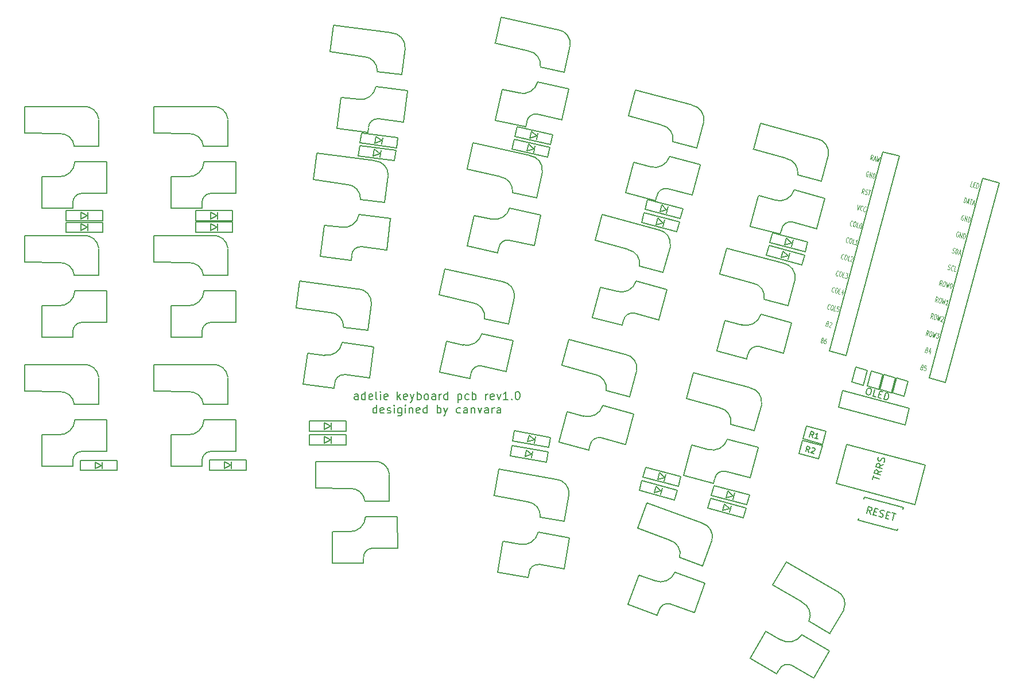
<source format=gto>
G04 #@! TF.GenerationSoftware,KiCad,Pcbnew,(5.1.2)-1*
G04 #@! TF.CreationDate,2019-05-17T22:53:05+09:00*
G04 #@! TF.ProjectId,adelie,6164656c-6965-42e6-9b69-6361645f7063,rev?*
G04 #@! TF.SameCoordinates,Original*
G04 #@! TF.FileFunction,Legend,Top*
G04 #@! TF.FilePolarity,Positive*
%FSLAX46Y46*%
G04 Gerber Fmt 4.6, Leading zero omitted, Abs format (unit mm)*
G04 Created by KiCad (PCBNEW (5.1.2)-1) date 2019-05-17 22:53:05*
%MOMM*%
%LPD*%
G04 APERTURE LIST*
%ADD10C,0.200000*%
%ADD11C,0.150000*%
%ADD12C,0.125000*%
G04 APERTURE END LIST*
D10*
X139359777Y-112550737D02*
X139359777Y-111922165D01*
X139302634Y-111807880D01*
X139188348Y-111750737D01*
X138959777Y-111750737D01*
X138845491Y-111807880D01*
X139359777Y-112493594D02*
X139245491Y-112550737D01*
X138959777Y-112550737D01*
X138845491Y-112493594D01*
X138788348Y-112379308D01*
X138788348Y-112265022D01*
X138845491Y-112150737D01*
X138959777Y-112093594D01*
X139245491Y-112093594D01*
X139359777Y-112036451D01*
X140445491Y-112550737D02*
X140445491Y-111350737D01*
X140445491Y-112493594D02*
X140331205Y-112550737D01*
X140102634Y-112550737D01*
X139988348Y-112493594D01*
X139931205Y-112436451D01*
X139874062Y-112322165D01*
X139874062Y-111979308D01*
X139931205Y-111865022D01*
X139988348Y-111807880D01*
X140102634Y-111750737D01*
X140331205Y-111750737D01*
X140445491Y-111807880D01*
X141474062Y-112493594D02*
X141359777Y-112550737D01*
X141131205Y-112550737D01*
X141016920Y-112493594D01*
X140959777Y-112379308D01*
X140959777Y-111922165D01*
X141016920Y-111807880D01*
X141131205Y-111750737D01*
X141359777Y-111750737D01*
X141474062Y-111807880D01*
X141531205Y-111922165D01*
X141531205Y-112036451D01*
X140959777Y-112150737D01*
X142216920Y-112550737D02*
X142102634Y-112493594D01*
X142045491Y-112379308D01*
X142045491Y-111350737D01*
X142674062Y-112550737D02*
X142674062Y-111750737D01*
X142674062Y-111350737D02*
X142616920Y-111407880D01*
X142674062Y-111465022D01*
X142731205Y-111407880D01*
X142674062Y-111350737D01*
X142674062Y-111465022D01*
X143702634Y-112493594D02*
X143588348Y-112550737D01*
X143359777Y-112550737D01*
X143245491Y-112493594D01*
X143188348Y-112379308D01*
X143188348Y-111922165D01*
X143245491Y-111807880D01*
X143359777Y-111750737D01*
X143588348Y-111750737D01*
X143702634Y-111807880D01*
X143759777Y-111922165D01*
X143759777Y-112036451D01*
X143188348Y-112150737D01*
X145188348Y-112550737D02*
X145188348Y-111350737D01*
X145302634Y-112093594D02*
X145645491Y-112550737D01*
X145645491Y-111750737D02*
X145188348Y-112207880D01*
X146616920Y-112493594D02*
X146502634Y-112550737D01*
X146274062Y-112550737D01*
X146159777Y-112493594D01*
X146102634Y-112379308D01*
X146102634Y-111922165D01*
X146159777Y-111807880D01*
X146274062Y-111750737D01*
X146502634Y-111750737D01*
X146616920Y-111807880D01*
X146674062Y-111922165D01*
X146674062Y-112036451D01*
X146102634Y-112150737D01*
X147074062Y-111750737D02*
X147359777Y-112550737D01*
X147645491Y-111750737D02*
X147359777Y-112550737D01*
X147245491Y-112836451D01*
X147188348Y-112893594D01*
X147074062Y-112950737D01*
X148102634Y-112550737D02*
X148102634Y-111350737D01*
X148102634Y-111807880D02*
X148216920Y-111750737D01*
X148445491Y-111750737D01*
X148559777Y-111807880D01*
X148616920Y-111865022D01*
X148674062Y-111979308D01*
X148674062Y-112322165D01*
X148616920Y-112436451D01*
X148559777Y-112493594D01*
X148445491Y-112550737D01*
X148216920Y-112550737D01*
X148102634Y-112493594D01*
X149359777Y-112550737D02*
X149245491Y-112493594D01*
X149188348Y-112436451D01*
X149131205Y-112322165D01*
X149131205Y-111979308D01*
X149188348Y-111865022D01*
X149245491Y-111807880D01*
X149359777Y-111750737D01*
X149531205Y-111750737D01*
X149645491Y-111807880D01*
X149702634Y-111865022D01*
X149759777Y-111979308D01*
X149759777Y-112322165D01*
X149702634Y-112436451D01*
X149645491Y-112493594D01*
X149531205Y-112550737D01*
X149359777Y-112550737D01*
X150788348Y-112550737D02*
X150788348Y-111922165D01*
X150731205Y-111807880D01*
X150616920Y-111750737D01*
X150388348Y-111750737D01*
X150274062Y-111807880D01*
X150788348Y-112493594D02*
X150674062Y-112550737D01*
X150388348Y-112550737D01*
X150274062Y-112493594D01*
X150216920Y-112379308D01*
X150216920Y-112265022D01*
X150274062Y-112150737D01*
X150388348Y-112093594D01*
X150674062Y-112093594D01*
X150788348Y-112036451D01*
X151359777Y-112550737D02*
X151359777Y-111750737D01*
X151359777Y-111979308D02*
X151416920Y-111865022D01*
X151474062Y-111807880D01*
X151588348Y-111750737D01*
X151702634Y-111750737D01*
X152616920Y-112550737D02*
X152616920Y-111350737D01*
X152616920Y-112493594D02*
X152502634Y-112550737D01*
X152274062Y-112550737D01*
X152159777Y-112493594D01*
X152102634Y-112436451D01*
X152045491Y-112322165D01*
X152045491Y-111979308D01*
X152102634Y-111865022D01*
X152159777Y-111807880D01*
X152274062Y-111750737D01*
X152502634Y-111750737D01*
X152616920Y-111807880D01*
X154102634Y-111750737D02*
X154102634Y-112950737D01*
X154102634Y-111807880D02*
X154216920Y-111750737D01*
X154445491Y-111750737D01*
X154559777Y-111807880D01*
X154616920Y-111865022D01*
X154674062Y-111979308D01*
X154674062Y-112322165D01*
X154616920Y-112436451D01*
X154559777Y-112493594D01*
X154445491Y-112550737D01*
X154216920Y-112550737D01*
X154102634Y-112493594D01*
X155702634Y-112493594D02*
X155588348Y-112550737D01*
X155359777Y-112550737D01*
X155245491Y-112493594D01*
X155188348Y-112436451D01*
X155131205Y-112322165D01*
X155131205Y-111979308D01*
X155188348Y-111865022D01*
X155245491Y-111807880D01*
X155359777Y-111750737D01*
X155588348Y-111750737D01*
X155702634Y-111807880D01*
X156216920Y-112550737D02*
X156216920Y-111350737D01*
X156216920Y-111807880D02*
X156331205Y-111750737D01*
X156559777Y-111750737D01*
X156674062Y-111807880D01*
X156731205Y-111865022D01*
X156788348Y-111979308D01*
X156788348Y-112322165D01*
X156731205Y-112436451D01*
X156674062Y-112493594D01*
X156559777Y-112550737D01*
X156331205Y-112550737D01*
X156216920Y-112493594D01*
X158216920Y-112550737D02*
X158216920Y-111750737D01*
X158216920Y-111979308D02*
X158274062Y-111865022D01*
X158331205Y-111807880D01*
X158445491Y-111750737D01*
X158559777Y-111750737D01*
X159416920Y-112493594D02*
X159302634Y-112550737D01*
X159074062Y-112550737D01*
X158959777Y-112493594D01*
X158902634Y-112379308D01*
X158902634Y-111922165D01*
X158959777Y-111807880D01*
X159074062Y-111750737D01*
X159302634Y-111750737D01*
X159416920Y-111807880D01*
X159474062Y-111922165D01*
X159474062Y-112036451D01*
X158902634Y-112150737D01*
X159874062Y-111750737D02*
X160159777Y-112550737D01*
X160445491Y-111750737D01*
X161531205Y-112550737D02*
X160845491Y-112550737D01*
X161188348Y-112550737D02*
X161188348Y-111350737D01*
X161074062Y-111522165D01*
X160959777Y-111636451D01*
X160845491Y-111693594D01*
X162045491Y-112436451D02*
X162102634Y-112493594D01*
X162045491Y-112550737D01*
X161988348Y-112493594D01*
X162045491Y-112436451D01*
X162045491Y-112550737D01*
X162845491Y-111350737D02*
X162959777Y-111350737D01*
X163074062Y-111407880D01*
X163131205Y-111465022D01*
X163188348Y-111579308D01*
X163245491Y-111807880D01*
X163245491Y-112093594D01*
X163188348Y-112322165D01*
X163131205Y-112436451D01*
X163074062Y-112493594D01*
X162959777Y-112550737D01*
X162845491Y-112550737D01*
X162731205Y-112493594D01*
X162674062Y-112436451D01*
X162616920Y-112322165D01*
X162559777Y-112093594D01*
X162559777Y-111807880D01*
X162616920Y-111579308D01*
X162674062Y-111465022D01*
X162731205Y-111407880D01*
X162845491Y-111350737D01*
X142131205Y-114550737D02*
X142131205Y-113350737D01*
X142131205Y-114493594D02*
X142016920Y-114550737D01*
X141788348Y-114550737D01*
X141674062Y-114493594D01*
X141616920Y-114436451D01*
X141559777Y-114322165D01*
X141559777Y-113979308D01*
X141616920Y-113865022D01*
X141674062Y-113807880D01*
X141788348Y-113750737D01*
X142016920Y-113750737D01*
X142131205Y-113807880D01*
X143159777Y-114493594D02*
X143045491Y-114550737D01*
X142816920Y-114550737D01*
X142702634Y-114493594D01*
X142645491Y-114379308D01*
X142645491Y-113922165D01*
X142702634Y-113807880D01*
X142816920Y-113750737D01*
X143045491Y-113750737D01*
X143159777Y-113807880D01*
X143216920Y-113922165D01*
X143216920Y-114036451D01*
X142645491Y-114150737D01*
X143674062Y-114493594D02*
X143788348Y-114550737D01*
X144016920Y-114550737D01*
X144131205Y-114493594D01*
X144188348Y-114379308D01*
X144188348Y-114322165D01*
X144131205Y-114207880D01*
X144016920Y-114150737D01*
X143845491Y-114150737D01*
X143731205Y-114093594D01*
X143674062Y-113979308D01*
X143674062Y-113922165D01*
X143731205Y-113807880D01*
X143845491Y-113750737D01*
X144016920Y-113750737D01*
X144131205Y-113807880D01*
X144702634Y-114550737D02*
X144702634Y-113750737D01*
X144702634Y-113350737D02*
X144645491Y-113407880D01*
X144702634Y-113465022D01*
X144759777Y-113407880D01*
X144702634Y-113350737D01*
X144702634Y-113465022D01*
X145788348Y-113750737D02*
X145788348Y-114722165D01*
X145731205Y-114836451D01*
X145674062Y-114893594D01*
X145559777Y-114950737D01*
X145388348Y-114950737D01*
X145274062Y-114893594D01*
X145788348Y-114493594D02*
X145674062Y-114550737D01*
X145445491Y-114550737D01*
X145331205Y-114493594D01*
X145274062Y-114436451D01*
X145216920Y-114322165D01*
X145216920Y-113979308D01*
X145274062Y-113865022D01*
X145331205Y-113807880D01*
X145445491Y-113750737D01*
X145674062Y-113750737D01*
X145788348Y-113807880D01*
X146359777Y-114550737D02*
X146359777Y-113750737D01*
X146359777Y-113350737D02*
X146302634Y-113407880D01*
X146359777Y-113465022D01*
X146416920Y-113407880D01*
X146359777Y-113350737D01*
X146359777Y-113465022D01*
X146931205Y-113750737D02*
X146931205Y-114550737D01*
X146931205Y-113865022D02*
X146988348Y-113807880D01*
X147102634Y-113750737D01*
X147274062Y-113750737D01*
X147388348Y-113807880D01*
X147445491Y-113922165D01*
X147445491Y-114550737D01*
X148474062Y-114493594D02*
X148359777Y-114550737D01*
X148131205Y-114550737D01*
X148016920Y-114493594D01*
X147959777Y-114379308D01*
X147959777Y-113922165D01*
X148016920Y-113807880D01*
X148131205Y-113750737D01*
X148359777Y-113750737D01*
X148474062Y-113807880D01*
X148531205Y-113922165D01*
X148531205Y-114036451D01*
X147959777Y-114150737D01*
X149559777Y-114550737D02*
X149559777Y-113350737D01*
X149559777Y-114493594D02*
X149445491Y-114550737D01*
X149216920Y-114550737D01*
X149102634Y-114493594D01*
X149045491Y-114436451D01*
X148988348Y-114322165D01*
X148988348Y-113979308D01*
X149045491Y-113865022D01*
X149102634Y-113807880D01*
X149216920Y-113750737D01*
X149445491Y-113750737D01*
X149559777Y-113807880D01*
X151045491Y-114550737D02*
X151045491Y-113350737D01*
X151045491Y-113807880D02*
X151159777Y-113750737D01*
X151388348Y-113750737D01*
X151502634Y-113807880D01*
X151559777Y-113865022D01*
X151616920Y-113979308D01*
X151616920Y-114322165D01*
X151559777Y-114436451D01*
X151502634Y-114493594D01*
X151388348Y-114550737D01*
X151159777Y-114550737D01*
X151045491Y-114493594D01*
X152016920Y-113750737D02*
X152302634Y-114550737D01*
X152588348Y-113750737D02*
X152302634Y-114550737D01*
X152188348Y-114836451D01*
X152131205Y-114893594D01*
X152016920Y-114950737D01*
X154474062Y-114493594D02*
X154359777Y-114550737D01*
X154131205Y-114550737D01*
X154016920Y-114493594D01*
X153959777Y-114436451D01*
X153902634Y-114322165D01*
X153902634Y-113979308D01*
X153959777Y-113865022D01*
X154016920Y-113807880D01*
X154131205Y-113750737D01*
X154359777Y-113750737D01*
X154474062Y-113807880D01*
X155502634Y-114550737D02*
X155502634Y-113922165D01*
X155445491Y-113807880D01*
X155331205Y-113750737D01*
X155102634Y-113750737D01*
X154988348Y-113807880D01*
X155502634Y-114493594D02*
X155388348Y-114550737D01*
X155102634Y-114550737D01*
X154988348Y-114493594D01*
X154931205Y-114379308D01*
X154931205Y-114265022D01*
X154988348Y-114150737D01*
X155102634Y-114093594D01*
X155388348Y-114093594D01*
X155502634Y-114036451D01*
X156074062Y-113750737D02*
X156074062Y-114550737D01*
X156074062Y-113865022D02*
X156131205Y-113807880D01*
X156245491Y-113750737D01*
X156416920Y-113750737D01*
X156531205Y-113807880D01*
X156588348Y-113922165D01*
X156588348Y-114550737D01*
X157045491Y-113750737D02*
X157331205Y-114550737D01*
X157616920Y-113750737D01*
X158588348Y-114550737D02*
X158588348Y-113922165D01*
X158531205Y-113807880D01*
X158416920Y-113750737D01*
X158188348Y-113750737D01*
X158074062Y-113807880D01*
X158588348Y-114493594D02*
X158474062Y-114550737D01*
X158188348Y-114550737D01*
X158074062Y-114493594D01*
X158016920Y-114379308D01*
X158016920Y-114265022D01*
X158074062Y-114150737D01*
X158188348Y-114093594D01*
X158474062Y-114093594D01*
X158588348Y-114036451D01*
X159159777Y-114550737D02*
X159159777Y-113750737D01*
X159159777Y-113979308D02*
X159216920Y-113865022D01*
X159274062Y-113807880D01*
X159388348Y-113750737D01*
X159502634Y-113750737D01*
X160416920Y-114550737D02*
X160416920Y-113922165D01*
X160359777Y-113807880D01*
X160245491Y-113750737D01*
X160016920Y-113750737D01*
X159902634Y-113807880D01*
X160416920Y-114493594D02*
X160302634Y-114550737D01*
X160016920Y-114550737D01*
X159902634Y-114493594D01*
X159845491Y-114379308D01*
X159845491Y-114265022D01*
X159902634Y-114150737D01*
X160016920Y-114093594D01*
X160302634Y-114093594D01*
X160416920Y-114036451D01*
D11*
X183748993Y-143691362D02*
X183509579Y-144349146D01*
X183766094Y-143644376D02*
G75*
G02X185398188Y-142727278I1274596J-357498D01*
G01*
X186107828Y-138058422D02*
G75*
G02X183138572Y-139286968I-2098901J870355D01*
G01*
X190529081Y-139667627D02*
X188979280Y-143998764D01*
X180779079Y-138460108D02*
X179205787Y-142782694D01*
X185399898Y-142722580D02*
X188947237Y-144013706D01*
X186121076Y-138036640D02*
X190537631Y-139644135D01*
X180811122Y-138445166D02*
X183207338Y-139317318D01*
X179220729Y-142814737D02*
X183496330Y-144370929D01*
X186821440Y-135849264D02*
G75*
G03X185340732Y-133309676I-2010148J529440D01*
G01*
X191576173Y-133323134D02*
G75*
G03X190093074Y-130778419I-2013907J530808D01*
G01*
X180635878Y-131544040D02*
X185365593Y-133314468D01*
X180651611Y-131500814D02*
X181988225Y-127828496D01*
X181988225Y-127828496D02*
X190093074Y-130778419D01*
X191562568Y-133392675D02*
X190213298Y-137099762D01*
X190210220Y-137108219D02*
X186817930Y-135873527D01*
X202779215Y-98706162D02*
X199292223Y-97771825D01*
X203802586Y-94886891D02*
X202781545Y-98697468D01*
X193779727Y-90178344D02*
X202110837Y-92410659D01*
X192768262Y-93953182D02*
X193779727Y-90178344D01*
X192756356Y-93997615D02*
X197622376Y-95349084D01*
X203810077Y-94816429D02*
G75*
G03X202110837Y-92410659I-2052505J353265D01*
G01*
X199293605Y-97747349D02*
G75*
G03X197597193Y-95346477I-2048642J352230D01*
G01*
X192328898Y-105348762D02*
X196723861Y-106526388D01*
X193532407Y-100857207D02*
X195995518Y-101517195D01*
X198786549Y-99987442D02*
X203326400Y-101203892D01*
X198476522Y-104718405D02*
X202122892Y-105695447D01*
X193501788Y-100874884D02*
X192311220Y-105318143D01*
X203319930Y-101228040D02*
X202153510Y-105677769D01*
X198775249Y-100010296D02*
G75*
G02X195924367Y-101492954I-2166770J684112D01*
G01*
X196929275Y-105779089D02*
G75*
G02X198475228Y-104723234I1300904J-245049D01*
G01*
X196916334Y-105827386D02*
X196735161Y-106503534D01*
X179458993Y-112168216D02*
X175972001Y-111233879D01*
X180482364Y-108348945D02*
X179461323Y-112159522D01*
X170459505Y-103640398D02*
X178790615Y-105872713D01*
X169448040Y-107415236D02*
X170459505Y-103640398D01*
X169436134Y-107459669D02*
X174302154Y-108811138D01*
X180489855Y-108278483D02*
G75*
G03X178790615Y-105872713I-2052505J353265D01*
G01*
X175973383Y-111209403D02*
G75*
G03X174276971Y-108808531I-2048642J352230D01*
G01*
X169008676Y-118810816D02*
X173403639Y-119988442D01*
X170212185Y-114319261D02*
X172675296Y-114979249D01*
X175466327Y-113449496D02*
X180006178Y-114665946D01*
X175156300Y-118180459D02*
X178802670Y-119157501D01*
X170181566Y-114336938D02*
X168990998Y-118780197D01*
X179999708Y-114690094D02*
X178833288Y-119139823D01*
X175455027Y-113472350D02*
G75*
G02X172604145Y-114955008I-2166770J684112D01*
G01*
X173609053Y-119241143D02*
G75*
G02X175155006Y-118185288I1300904J-245049D01*
G01*
X173596112Y-119289440D02*
X173414939Y-119965588D01*
X156017134Y-108744323D02*
X155865626Y-109427731D01*
X156027956Y-108695508D02*
G75*
G02X157526381Y-107573225I1310354J-188071D01*
G01*
X157620541Y-102851685D02*
G75*
G02X154837046Y-104457286I-2194548J588947D01*
G01*
X162214014Y-103870034D02*
X161242799Y-108366406D01*
X152389813Y-103945476D02*
X151394190Y-108436437D01*
X157527463Y-107568343D02*
X161212981Y-108385403D01*
X157630834Y-102828360D02*
X162219425Y-103845626D01*
X152419631Y-103926479D02*
X154909186Y-104478400D01*
X151413187Y-108466256D02*
X155855334Y-109451056D01*
X158039696Y-100568281D02*
G75*
G03X156240174Y-98243691I-2062056J262534D01*
G01*
X162424026Y-97443145D02*
G75*
G03X160621463Y-95113784I-2065962J263399D01*
G01*
X151345108Y-97107267D02*
X156265447Y-98245197D01*
X151355064Y-97062358D02*
X152200910Y-93246993D01*
X152200910Y-93246993D02*
X160621463Y-95113784D01*
X162419614Y-97513867D02*
X161565759Y-101365355D01*
X161563812Y-101374141D02*
X158039383Y-100592794D01*
X135420480Y-118991740D02*
X135420480Y-117991740D01*
X135320480Y-118491740D02*
X134420480Y-118991740D01*
X134420480Y-117991740D02*
X135320480Y-118491740D01*
X134420480Y-118991740D02*
X134420480Y-117991740D01*
X132220480Y-119241740D02*
X132220480Y-117741740D01*
X137620480Y-119241740D02*
X137620480Y-117741740D01*
X132220480Y-119241740D02*
X137620480Y-119241740D01*
X137620480Y-117741740D02*
X132220480Y-117741740D01*
X99504880Y-85903160D02*
X99504880Y-84903160D01*
X99404880Y-85403160D02*
X98504880Y-85903160D01*
X98504880Y-84903160D02*
X99404880Y-85403160D01*
X98504880Y-85903160D02*
X98504880Y-84903160D01*
X96304880Y-86153160D02*
X96304880Y-84653160D01*
X101704880Y-86153160D02*
X101704880Y-84653160D01*
X96304880Y-86153160D02*
X101704880Y-86153160D01*
X101704880Y-84653160D02*
X96304880Y-84653160D01*
X120846320Y-84643000D02*
X115446320Y-84643000D01*
X115446320Y-86143000D02*
X120846320Y-86143000D01*
X120846320Y-86143000D02*
X120846320Y-84643000D01*
X115446320Y-86143000D02*
X115446320Y-84643000D01*
X117646320Y-85893000D02*
X117646320Y-84893000D01*
X117646320Y-84893000D02*
X118546320Y-85393000D01*
X118546320Y-85393000D02*
X117646320Y-85893000D01*
X118646320Y-85893000D02*
X118646320Y-84893000D01*
X145221756Y-73876637D02*
X139867954Y-73171796D01*
X139672164Y-74658963D02*
X145025966Y-75363804D01*
X145025966Y-75363804D02*
X145221756Y-73876637D01*
X139672164Y-74658963D02*
X139867954Y-73171796D01*
X141885974Y-74698259D02*
X142016501Y-73706814D01*
X142016501Y-73706814D02*
X142843538Y-74320010D01*
X142843538Y-74320010D02*
X141885974Y-74698259D01*
X142877419Y-74828786D02*
X143007946Y-73837341D01*
X165684993Y-74163768D02*
X165901433Y-73187472D01*
X165695583Y-73653976D02*
X164708697Y-73947328D01*
X164925137Y-72971032D02*
X165695583Y-73653976D01*
X164708697Y-73947328D02*
X164925137Y-72971032D01*
X162506736Y-73715235D02*
X162831395Y-72250791D01*
X167778735Y-74884009D02*
X168103394Y-73419565D01*
X162506736Y-73715235D02*
X167778735Y-74884009D01*
X168103394Y-73419565D02*
X162831395Y-72250791D01*
X187308934Y-84386927D02*
X182092935Y-82989304D01*
X181704706Y-84438193D02*
X186920705Y-85835816D01*
X186920705Y-85835816D02*
X187308934Y-84386927D01*
X181704706Y-84438193D02*
X182092935Y-82989304D01*
X183894448Y-84766113D02*
X184153267Y-83800188D01*
X184153267Y-83800188D02*
X184893190Y-84516088D01*
X184893190Y-84516088D02*
X183894448Y-84766113D01*
X184860373Y-85024932D02*
X185119192Y-84059007D01*
X203275373Y-89924592D02*
X203534192Y-88958667D01*
X203308190Y-89415748D02*
X202309448Y-89665773D01*
X202568267Y-88699848D02*
X203308190Y-89415748D01*
X202309448Y-89665773D02*
X202568267Y-88699848D01*
X200119706Y-89337853D02*
X200507935Y-87888964D01*
X205335705Y-90735476D02*
X205723934Y-89286587D01*
X200119706Y-89337853D02*
X205335705Y-90735476D01*
X205723934Y-89286587D02*
X200507935Y-87888964D01*
X99503260Y-87610040D02*
X99503260Y-86610040D01*
X99403260Y-87110040D02*
X98503260Y-87610040D01*
X98503260Y-86610040D02*
X99403260Y-87110040D01*
X98503260Y-87610040D02*
X98503260Y-86610040D01*
X96303260Y-87860040D02*
X96303260Y-86360040D01*
X101703260Y-87860040D02*
X101703260Y-86360040D01*
X96303260Y-87860040D02*
X101703260Y-87860040D01*
X101703260Y-86360040D02*
X96303260Y-86360040D01*
X118639620Y-87589720D02*
X118639620Y-86589720D01*
X118539620Y-87089720D02*
X117639620Y-87589720D01*
X117639620Y-86589720D02*
X118539620Y-87089720D01*
X117639620Y-87589720D02*
X117639620Y-86589720D01*
X115439620Y-87839720D02*
X115439620Y-86339720D01*
X120839620Y-87839720D02*
X120839620Y-86339720D01*
X115439620Y-87839720D02*
X120839620Y-87839720D01*
X120839620Y-86339720D02*
X115439620Y-86339720D01*
X142618339Y-76721086D02*
X142748866Y-75729641D01*
X142584458Y-76212310D02*
X141626894Y-76590559D01*
X141757421Y-75599114D02*
X142584458Y-76212310D01*
X141626894Y-76590559D02*
X141757421Y-75599114D01*
X139413084Y-76551263D02*
X139608874Y-75064096D01*
X144766886Y-77256104D02*
X144962676Y-75768937D01*
X139413084Y-76551263D02*
X144766886Y-77256104D01*
X144962676Y-75768937D02*
X139608874Y-75064096D01*
X167693809Y-75288365D02*
X162421810Y-74119591D01*
X162097151Y-75584035D02*
X167369150Y-76752809D01*
X167369150Y-76752809D02*
X167693809Y-75288365D01*
X162097151Y-75584035D02*
X162421810Y-74119591D01*
X164299112Y-75816128D02*
X164515552Y-74839832D01*
X164515552Y-74839832D02*
X165285998Y-75522776D01*
X165285998Y-75522776D02*
X164299112Y-75816128D01*
X165275408Y-76032568D02*
X165491848Y-75056272D01*
X184332053Y-86968032D02*
X184590872Y-86002107D01*
X184364870Y-86459188D02*
X183366128Y-86709213D01*
X183624947Y-85743288D02*
X184364870Y-86459188D01*
X183366128Y-86709213D02*
X183624947Y-85743288D01*
X181176386Y-86381293D02*
X181564615Y-84932404D01*
X186392385Y-87778916D02*
X186780614Y-86330027D01*
X181176386Y-86381293D02*
X186392385Y-87778916D01*
X186780614Y-86330027D02*
X181564615Y-84932404D01*
X205222814Y-91216247D02*
X200006815Y-89818624D01*
X199618586Y-91267513D02*
X204834585Y-92665136D01*
X204834585Y-92665136D02*
X205222814Y-91216247D01*
X199618586Y-91267513D02*
X200006815Y-89818624D01*
X201808328Y-91595433D02*
X202067147Y-90629508D01*
X202067147Y-90629508D02*
X202807070Y-91345408D01*
X202807070Y-91345408D02*
X201808328Y-91595433D01*
X202774253Y-91854252D02*
X203033072Y-90888327D01*
X103854180Y-121508560D02*
X98454180Y-121508560D01*
X98454180Y-123008560D02*
X103854180Y-123008560D01*
X103854180Y-123008560D02*
X103854180Y-121508560D01*
X98454180Y-123008560D02*
X98454180Y-121508560D01*
X100654180Y-122758560D02*
X100654180Y-121758560D01*
X100654180Y-121758560D02*
X101554180Y-122258560D01*
X101554180Y-122258560D02*
X100654180Y-122758560D01*
X101654180Y-122758560D02*
X101654180Y-121758560D01*
X120688940Y-122725540D02*
X120688940Y-121725540D01*
X120588940Y-122225540D02*
X119688940Y-122725540D01*
X119688940Y-121725540D02*
X120588940Y-122225540D01*
X119688940Y-122725540D02*
X119688940Y-121725540D01*
X117488940Y-122975540D02*
X117488940Y-121475540D01*
X122888940Y-122975540D02*
X122888940Y-121475540D01*
X117488940Y-122975540D02*
X122888940Y-122975540D01*
X122888940Y-121475540D02*
X117488940Y-121475540D01*
X137620480Y-115689420D02*
X132220480Y-115689420D01*
X132220480Y-117189420D02*
X137620480Y-117189420D01*
X137620480Y-117189420D02*
X137620480Y-115689420D01*
X132220480Y-117189420D02*
X132220480Y-115689420D01*
X134420480Y-116939420D02*
X134420480Y-115939420D01*
X134420480Y-115939420D02*
X135320480Y-116439420D01*
X135320480Y-116439420D02*
X134420480Y-116939420D01*
X135420480Y-116939420D02*
X135420480Y-115939420D01*
X165391986Y-118958322D02*
X165565634Y-117973514D01*
X165380329Y-118448553D02*
X164407178Y-118784674D01*
X164580826Y-117799866D02*
X165380329Y-118448553D01*
X164407178Y-118784674D02*
X164580826Y-117799866D01*
X162197189Y-118648850D02*
X162457661Y-117171638D01*
X167515151Y-119586550D02*
X167775623Y-118109338D01*
X162197189Y-118648850D02*
X167515151Y-119586550D01*
X167775623Y-118109338D02*
X162457661Y-117171638D01*
X184535253Y-124552412D02*
X184794072Y-123586487D01*
X184568070Y-124043568D02*
X183569328Y-124293593D01*
X183828147Y-123327668D02*
X184568070Y-124043568D01*
X183569328Y-124293593D02*
X183828147Y-123327668D01*
X181379586Y-123965673D02*
X181767815Y-122516784D01*
X186595585Y-125363296D02*
X186983814Y-123914407D01*
X181379586Y-123965673D02*
X186595585Y-125363296D01*
X186983814Y-123914407D02*
X181767815Y-122516784D01*
X197100616Y-126624923D02*
X191884617Y-125227300D01*
X191496388Y-126676189D02*
X196712387Y-128073812D01*
X196712387Y-128073812D02*
X197100616Y-126624923D01*
X191496388Y-126676189D02*
X191884617Y-125227300D01*
X193686130Y-127004109D02*
X193944949Y-126038184D01*
X193944949Y-126038184D02*
X194684872Y-126754084D01*
X194684872Y-126754084D02*
X193686130Y-127004109D01*
X194652055Y-127262928D02*
X194910874Y-126297003D01*
X167382437Y-120304784D02*
X162064475Y-119367084D01*
X161804003Y-120844296D02*
X167121965Y-121781996D01*
X167121965Y-121781996D02*
X167382437Y-120304784D01*
X161804003Y-120844296D02*
X162064475Y-119367084D01*
X164013992Y-120980120D02*
X164187640Y-119995312D01*
X164187640Y-119995312D02*
X164987143Y-120643999D01*
X164987143Y-120643999D02*
X164013992Y-120980120D01*
X164998800Y-121153768D02*
X165172448Y-120168960D01*
X186458034Y-125905767D02*
X181242035Y-124508144D01*
X180853806Y-125957033D02*
X186069805Y-127354656D01*
X186069805Y-127354656D02*
X186458034Y-125905767D01*
X180853806Y-125957033D02*
X181242035Y-124508144D01*
X183043548Y-126284953D02*
X183302367Y-125319028D01*
X183302367Y-125319028D02*
X184042290Y-126034928D01*
X184042290Y-126034928D02*
X183043548Y-126284953D01*
X184009473Y-126543772D02*
X184268292Y-125577847D01*
X194151693Y-129187912D02*
X194410512Y-128221987D01*
X194184510Y-128679068D02*
X193185768Y-128929093D01*
X193444587Y-127963168D02*
X194184510Y-128679068D01*
X193185768Y-128929093D02*
X193444587Y-127963168D01*
X190996026Y-128601173D02*
X191384255Y-127152284D01*
X196212025Y-129998796D02*
X196600254Y-128549907D01*
X190996026Y-128601173D02*
X196212025Y-129998796D01*
X196600254Y-128549907D02*
X191384255Y-127152284D01*
X223050352Y-122240282D02*
X221497438Y-128035836D01*
X221497438Y-128035836D02*
X209906328Y-124930008D01*
X209906328Y-124930008D02*
X211459242Y-119134453D01*
X211459242Y-119134453D02*
X223050352Y-122240282D01*
X210228091Y-113690185D02*
X220041897Y-116319786D01*
X210885491Y-111236733D02*
X220699298Y-113866335D01*
X220699298Y-113866335D02*
X220041897Y-116319786D01*
X210228091Y-113690185D02*
X210885491Y-111236733D01*
X219943190Y-112033153D02*
X218225774Y-111572973D01*
X220534850Y-109825047D02*
X219943190Y-112033153D01*
X218817434Y-109364867D02*
X220534850Y-109825047D01*
X218225774Y-111572973D02*
X218817434Y-109364867D01*
X216353794Y-111070053D02*
X216945454Y-108861947D01*
X216945454Y-108861947D02*
X218662870Y-109322127D01*
X218662870Y-109322127D02*
X218071210Y-111530233D01*
X218071210Y-111530233D02*
X216353794Y-111070053D01*
X216196690Y-111028393D02*
X214479274Y-110568213D01*
X216788350Y-108820287D02*
X216196690Y-111028393D01*
X215070934Y-108360107D02*
X216788350Y-108820287D01*
X214479274Y-110568213D02*
X215070934Y-108360107D01*
X212208482Y-109956803D02*
X212800142Y-107748697D01*
X212800142Y-107748697D02*
X214517558Y-108208877D01*
X214517558Y-108208877D02*
X213925898Y-110416983D01*
X213925898Y-110416983D02*
X212208482Y-109956803D01*
X207912822Y-119128564D02*
X208430854Y-117195244D01*
X208430854Y-117195244D02*
X205530874Y-116418196D01*
X205530874Y-116418196D02*
X205012842Y-118351516D01*
X205012842Y-118351516D02*
X207912822Y-119128564D01*
X204433722Y-120510516D02*
X207333702Y-121287564D01*
X204951754Y-118577196D02*
X204433722Y-120510516D01*
X207851734Y-119354244D02*
X204951754Y-118577196D01*
X207333702Y-121287564D02*
X207851734Y-119354244D01*
X213134709Y-130312413D02*
X218930264Y-131865327D01*
X218930264Y-131865327D02*
X218994969Y-131623846D01*
X213134709Y-130312413D02*
X213199414Y-130070932D01*
X214040576Y-126931673D02*
X213975871Y-127173154D01*
X214040576Y-126931673D02*
X219836131Y-128484587D01*
X219836131Y-128484587D02*
X219771426Y-128726068D01*
X223593910Y-109329293D02*
X231482714Y-79887874D01*
X226047361Y-109986694D02*
X223593910Y-109329293D01*
X233936166Y-80545274D02*
X226047361Y-109986694D01*
X231482714Y-79887874D02*
X233936166Y-80545274D01*
X208892518Y-105390067D02*
X216781323Y-75948648D01*
X211345970Y-106047468D02*
X208892518Y-105390067D01*
X219234775Y-76606049D02*
X211345970Y-106047468D01*
X216781323Y-75948648D02*
X219234775Y-76606049D01*
X97312040Y-83575540D02*
X97312040Y-84275540D01*
X97312040Y-83525540D02*
G75*
G02X98532040Y-82105540I1320000J100000D01*
G01*
X97602040Y-77475540D02*
G75*
G02X95232040Y-79645540I-2270000J100000D01*
G01*
X102307040Y-77475540D02*
X102332040Y-82075540D01*
X92732040Y-79675540D02*
X92732040Y-84275540D01*
X98532040Y-82100540D02*
X102307040Y-82100540D01*
X97607040Y-77450540D02*
X102307040Y-77450540D01*
X92757040Y-79650540D02*
X95307040Y-79650540D01*
X92757040Y-84300540D02*
X97307040Y-84300540D01*
X97517040Y-75155540D02*
G75*
G03X95257040Y-73275540I-2070000J-190000D01*
G01*
X101121040Y-71155540D02*
G75*
G03X98857040Y-69271540I-2074000J-190000D01*
G01*
X90232040Y-73225540D02*
X95282040Y-73271540D01*
X90232040Y-73179540D02*
X90232040Y-69271540D01*
X90232040Y-69271540D02*
X98857040Y-69271540D01*
X101132040Y-71225540D02*
X101132040Y-75170540D01*
X101132040Y-75179540D02*
X97522040Y-75179540D01*
X120182040Y-75179540D02*
X116572040Y-75179540D01*
X120182040Y-71225540D02*
X120182040Y-75170540D01*
X109282040Y-69271540D02*
X117907040Y-69271540D01*
X109282040Y-73179540D02*
X109282040Y-69271540D01*
X109282040Y-73225540D02*
X114332040Y-73271540D01*
X120171040Y-71155540D02*
G75*
G03X117907040Y-69271540I-2074000J-190000D01*
G01*
X116567040Y-75155540D02*
G75*
G03X114307040Y-73275540I-2070000J-190000D01*
G01*
X111807040Y-84300540D02*
X116357040Y-84300540D01*
X111807040Y-79650540D02*
X114357040Y-79650540D01*
X116657040Y-77450540D02*
X121357040Y-77450540D01*
X117582040Y-82100540D02*
X121357040Y-82100540D01*
X111782040Y-79675540D02*
X111782040Y-84275540D01*
X121357040Y-77475540D02*
X121382040Y-82075540D01*
X116652040Y-77475540D02*
G75*
G02X114282040Y-79645540I-2270000J100000D01*
G01*
X116362040Y-83525540D02*
G75*
G02X117582040Y-82105540I1320000J100000D01*
G01*
X116362040Y-83575540D02*
X116362040Y-84275540D01*
X140912910Y-72390193D02*
X140821542Y-73084205D01*
X140919436Y-72340621D02*
G75*
G02X142314346Y-71092011I1321760J-73150D01*
G01*
X141996638Y-66380232D02*
G75*
G02X139363672Y-68222320I-2237527J395439D01*
G01*
X146661387Y-66994358D02*
X146085752Y-71558267D01*
X136881145Y-67925748D02*
X136280724Y-72486395D01*
X142314999Y-71087054D02*
X146057703Y-71579790D01*
X142004859Y-66356099D02*
X146664650Y-66969572D01*
X136909194Y-67904225D02*
X139437378Y-68237067D01*
X136302247Y-72514444D02*
X140813321Y-73108338D01*
X142215187Y-64068985D02*
G75*
G03X140219910Y-61910080I-2077091J81814D01*
G01*
X146310458Y-60573622D02*
G75*
G03X144311739Y-58410229I-2081056J82337D01*
G01*
X135244426Y-61204613D02*
X140245219Y-61909377D01*
X135250431Y-61159007D02*
X135760527Y-57284440D01*
X135760527Y-57284440D02*
X144311739Y-58410229D01*
X146312228Y-60644459D02*
X145797302Y-64555709D01*
X145796127Y-64564632D02*
X142217011Y-64093433D01*
X169803572Y-64198701D02*
X166279143Y-63417354D01*
X170659374Y-60338427D02*
X169805519Y-64189915D01*
X160440670Y-56071553D02*
X168861223Y-57938344D01*
X159594824Y-59886918D02*
X160440670Y-56071553D01*
X159584868Y-59931827D02*
X164505207Y-61069757D01*
X170663786Y-60267705D02*
G75*
G03X168861223Y-57938344I-2065962J263399D01*
G01*
X166279456Y-63392841D02*
G75*
G03X164479934Y-61068251I-2062056J262534D01*
G01*
X159652947Y-71290816D02*
X164095094Y-72275616D01*
X160659391Y-66751039D02*
X163148946Y-67302960D01*
X165870594Y-65652920D02*
X170459185Y-66670186D01*
X165767223Y-70392903D02*
X169452741Y-71209963D01*
X160629573Y-66770036D02*
X159633950Y-71260997D01*
X170453774Y-66694594D02*
X169482559Y-71190966D01*
X165860301Y-65676245D02*
G75*
G02X163076806Y-67281846I-2194548J588947D01*
G01*
X164267716Y-71520068D02*
G75*
G02X165766141Y-70397785I1310354J-188071D01*
G01*
X164256894Y-71568883D02*
X164105386Y-72252291D01*
X183453852Y-82502620D02*
X183272679Y-83178768D01*
X183466793Y-82454323D02*
G75*
G02X185012746Y-81398468I1300904J-245049D01*
G01*
X185312767Y-76685530D02*
G75*
G02X182461885Y-78168188I-2166770J684112D01*
G01*
X189857448Y-77903274D02*
X188691028Y-82353003D01*
X180039306Y-77550118D02*
X178848738Y-81993377D01*
X185014040Y-81393639D02*
X188660410Y-82370681D01*
X185324067Y-76662676D02*
X189863918Y-77879126D01*
X180069925Y-77532441D02*
X182533036Y-78192429D01*
X178866416Y-82023996D02*
X183261379Y-83201622D01*
X185831123Y-74422583D02*
G75*
G03X184134711Y-72021711I-2048642J352230D01*
G01*
X190347595Y-71491663D02*
G75*
G03X188648355Y-69085893I-2052505J353265D01*
G01*
X179293874Y-70672849D02*
X184159894Y-72024318D01*
X179305780Y-70628416D02*
X180317245Y-66853578D01*
X180317245Y-66853578D02*
X188648355Y-69085893D01*
X190340104Y-71562125D02*
X189319063Y-75372702D01*
X189316733Y-75381396D02*
X185829741Y-74447059D01*
X207706333Y-80308996D02*
X204219341Y-79374659D01*
X208729704Y-76489725D02*
X207708663Y-80300302D01*
X198706845Y-71781178D02*
X207037955Y-74013493D01*
X197695380Y-75556016D02*
X198706845Y-71781178D01*
X197683474Y-75600449D02*
X202549494Y-76951918D01*
X208737195Y-76419263D02*
G75*
G03X207037955Y-74013493I-2052505J353265D01*
G01*
X204220723Y-79350183D02*
G75*
G03X202524311Y-76949311I-2048642J352230D01*
G01*
X197256016Y-86951596D02*
X201650979Y-88129222D01*
X198459525Y-82460041D02*
X200922636Y-83120029D01*
X203713667Y-81590276D02*
X208253518Y-82806726D01*
X203403640Y-86321239D02*
X207050010Y-87298281D01*
X198428906Y-82477718D02*
X197238338Y-86920977D01*
X208247048Y-82830874D02*
X207080628Y-87280603D01*
X203702367Y-81613130D02*
G75*
G02X200851485Y-83095788I-2166770J684112D01*
G01*
X201856393Y-87381923D02*
G75*
G02X203402346Y-86326068I1300904J-245049D01*
G01*
X201843452Y-87430220D02*
X201662279Y-88106368D01*
X101132040Y-94229540D02*
X97522040Y-94229540D01*
X101132040Y-90275540D02*
X101132040Y-94220540D01*
X90232040Y-88321540D02*
X98857040Y-88321540D01*
X90232040Y-92229540D02*
X90232040Y-88321540D01*
X90232040Y-92275540D02*
X95282040Y-92321540D01*
X101121040Y-90205540D02*
G75*
G03X98857040Y-88321540I-2074000J-190000D01*
G01*
X97517040Y-94205540D02*
G75*
G03X95257040Y-92325540I-2070000J-190000D01*
G01*
X92757040Y-103350540D02*
X97307040Y-103350540D01*
X92757040Y-98700540D02*
X95307040Y-98700540D01*
X97607040Y-96500540D02*
X102307040Y-96500540D01*
X98532040Y-101150540D02*
X102307040Y-101150540D01*
X92732040Y-98725540D02*
X92732040Y-103325540D01*
X102307040Y-96525540D02*
X102332040Y-101125540D01*
X97602040Y-96525540D02*
G75*
G02X95232040Y-98695540I-2270000J100000D01*
G01*
X97312040Y-102575540D02*
G75*
G02X98532040Y-101155540I1320000J100000D01*
G01*
X97312040Y-102625540D02*
X97312040Y-103325540D01*
X116362040Y-102625540D02*
X116362040Y-103325540D01*
X116362040Y-102575540D02*
G75*
G02X117582040Y-101155540I1320000J100000D01*
G01*
X116652040Y-96525540D02*
G75*
G02X114282040Y-98695540I-2270000J100000D01*
G01*
X121357040Y-96525540D02*
X121382040Y-101125540D01*
X111782040Y-98725540D02*
X111782040Y-103325540D01*
X117582040Y-101150540D02*
X121357040Y-101150540D01*
X116657040Y-96500540D02*
X121357040Y-96500540D01*
X111807040Y-98700540D02*
X114357040Y-98700540D01*
X111807040Y-103350540D02*
X116357040Y-103350540D01*
X116567040Y-94205540D02*
G75*
G03X114307040Y-92325540I-2070000J-190000D01*
G01*
X120171040Y-90205540D02*
G75*
G03X117907040Y-88321540I-2074000J-190000D01*
G01*
X109282040Y-92275540D02*
X114332040Y-92321540D01*
X109282040Y-92229540D02*
X109282040Y-88321540D01*
X109282040Y-88321540D02*
X117907040Y-88321540D01*
X120182040Y-90275540D02*
X120182040Y-94220540D01*
X120182040Y-94229540D02*
X116572040Y-94229540D01*
X143309467Y-83444452D02*
X139730351Y-82973253D01*
X143825568Y-79524279D02*
X143310642Y-83435529D01*
X133273867Y-76164260D02*
X141825079Y-77290049D01*
X132763771Y-80038827D02*
X133273867Y-76164260D01*
X132757766Y-80084433D02*
X137758559Y-80789197D01*
X143823798Y-79453442D02*
G75*
G03X141825079Y-77290049I-2081056J82337D01*
G01*
X139728527Y-82948805D02*
G75*
G03X137733250Y-80789900I-2077091J81814D01*
G01*
X133815587Y-91394264D02*
X138326661Y-91988158D01*
X134422534Y-86784045D02*
X136950718Y-87116887D01*
X139518199Y-85235919D02*
X144177990Y-85849392D01*
X139828339Y-89966874D02*
X143571043Y-90459610D01*
X134394485Y-86805568D02*
X133794064Y-91366215D01*
X144174727Y-85874178D02*
X143599092Y-90438087D01*
X139509978Y-85260052D02*
G75*
G02X136877012Y-87102140I-2237527J395439D01*
G01*
X138432776Y-91220441D02*
G75*
G02X139827686Y-89971831I1321760J-73150D01*
G01*
X138426250Y-91270013D02*
X138334882Y-91964025D01*
X165681152Y-82791501D02*
X162156723Y-82010154D01*
X166536954Y-78931227D02*
X165683099Y-82782715D01*
X156318250Y-74664353D02*
X164738803Y-76531144D01*
X155472404Y-78479718D02*
X156318250Y-74664353D01*
X155462448Y-78524627D02*
X160382787Y-79662557D01*
X166541366Y-78860505D02*
G75*
G03X164738803Y-76531144I-2065962J263399D01*
G01*
X162157036Y-81985641D02*
G75*
G03X160357514Y-79661051I-2062056J262534D01*
G01*
X155530527Y-89883616D02*
X159972674Y-90868416D01*
X156536971Y-85343839D02*
X159026526Y-85895760D01*
X161748174Y-84245720D02*
X166336765Y-85262986D01*
X161644803Y-88985703D02*
X165330321Y-89802763D01*
X156507153Y-85362836D02*
X155511530Y-89853797D01*
X166331354Y-85287394D02*
X165360139Y-89783766D01*
X161737881Y-84269045D02*
G75*
G02X158954386Y-85874646I-2194548J588947D01*
G01*
X160145296Y-90112868D02*
G75*
G02X161643721Y-88990585I1310354J-188071D01*
G01*
X160134474Y-90161683D02*
X159982966Y-90845091D01*
X178523712Y-100897300D02*
X178342539Y-101573448D01*
X178536653Y-100849003D02*
G75*
G02X180082606Y-99793148I1300904J-245049D01*
G01*
X180382627Y-95080210D02*
G75*
G02X177531745Y-96562868I-2166770J684112D01*
G01*
X184927308Y-96297954D02*
X183760888Y-100747683D01*
X175109166Y-95944798D02*
X173918598Y-100388057D01*
X180083900Y-99788319D02*
X183730270Y-100765361D01*
X180393927Y-95057356D02*
X184933778Y-96273806D01*
X175139785Y-95927121D02*
X177602896Y-96587109D01*
X173936276Y-100418676D02*
X178331239Y-101596302D01*
X180900983Y-92817263D02*
G75*
G03X179204571Y-90416391I-2048642J352230D01*
G01*
X185417455Y-89886343D02*
G75*
G03X183718215Y-87480573I-2052505J353265D01*
G01*
X174363734Y-89067529D02*
X179229754Y-90418998D01*
X174375640Y-89023096D02*
X175387105Y-85248258D01*
X175387105Y-85248258D02*
X183718215Y-87480573D01*
X185409964Y-89956805D02*
X184388923Y-93767382D01*
X184386593Y-93776076D02*
X180899601Y-92841739D01*
X97312040Y-121675540D02*
X97312040Y-122375540D01*
X97312040Y-121625540D02*
G75*
G02X98532040Y-120205540I1320000J100000D01*
G01*
X97602040Y-115575540D02*
G75*
G02X95232040Y-117745540I-2270000J100000D01*
G01*
X102307040Y-115575540D02*
X102332040Y-120175540D01*
X92732040Y-117775540D02*
X92732040Y-122375540D01*
X98532040Y-120200540D02*
X102307040Y-120200540D01*
X97607040Y-115550540D02*
X102307040Y-115550540D01*
X92757040Y-117750540D02*
X95307040Y-117750540D01*
X92757040Y-122400540D02*
X97307040Y-122400540D01*
X97517040Y-113255540D02*
G75*
G03X95257040Y-111375540I-2070000J-190000D01*
G01*
X101121040Y-109255540D02*
G75*
G03X98857040Y-107371540I-2074000J-190000D01*
G01*
X90232040Y-111325540D02*
X95282040Y-111371540D01*
X90232040Y-111279540D02*
X90232040Y-107371540D01*
X90232040Y-107371540D02*
X98857040Y-107371540D01*
X101132040Y-109325540D02*
X101132040Y-113270540D01*
X101132040Y-113279540D02*
X97522040Y-113279540D01*
X120182040Y-113279540D02*
X116572040Y-113279540D01*
X120182040Y-109325540D02*
X120182040Y-113270540D01*
X109282040Y-107371540D02*
X117907040Y-107371540D01*
X109282040Y-111279540D02*
X109282040Y-107371540D01*
X109282040Y-111325540D02*
X114332040Y-111371540D01*
X120171040Y-109255540D02*
G75*
G03X117907040Y-107371540I-2074000J-190000D01*
G01*
X116567040Y-113255540D02*
G75*
G03X114307040Y-111375540I-2070000J-190000D01*
G01*
X111807040Y-122400540D02*
X116357040Y-122400540D01*
X111807040Y-117750540D02*
X114357040Y-117750540D01*
X116657040Y-115550540D02*
X121357040Y-115550540D01*
X117582040Y-120200540D02*
X121357040Y-120200540D01*
X111782040Y-117775540D02*
X111782040Y-122375540D01*
X121357040Y-115575540D02*
X121382040Y-120175540D01*
X116652040Y-115575540D02*
G75*
G02X114282040Y-117745540I-2270000J100000D01*
G01*
X116362040Y-121625540D02*
G75*
G02X117582040Y-120205540I1320000J100000D01*
G01*
X116362040Y-121675540D02*
X116362040Y-122375540D01*
X135937050Y-110165073D02*
X135845682Y-110859085D01*
X135943576Y-110115501D02*
G75*
G02X137338486Y-108866891I1321760J-73150D01*
G01*
X137020778Y-104155112D02*
G75*
G02X134387812Y-105997200I-2237527J395439D01*
G01*
X141685527Y-104769238D02*
X141109892Y-109333147D01*
X131905285Y-105700628D02*
X131304864Y-110261275D01*
X137339139Y-108861934D02*
X141081843Y-109354670D01*
X137028999Y-104130979D02*
X141688790Y-104744452D01*
X131933334Y-105679105D02*
X134461518Y-106011947D01*
X131326387Y-110289324D02*
X135837461Y-110883218D01*
X137239327Y-101843865D02*
G75*
G03X135244050Y-99684960I-2077091J81814D01*
G01*
X141334598Y-98348502D02*
G75*
G03X139335879Y-96185109I-2081056J82337D01*
G01*
X130268566Y-98979493D02*
X135269359Y-99684257D01*
X130274571Y-98933887D02*
X130784667Y-95059320D01*
X130784667Y-95059320D02*
X139335879Y-96185109D01*
X141336368Y-98419339D02*
X140821442Y-102330589D01*
X140820267Y-102339512D02*
X137241151Y-101868313D01*
X191986194Y-124232226D02*
X191805021Y-124908374D01*
X191999135Y-124183929D02*
G75*
G02X193545088Y-123128074I1300904J-245049D01*
G01*
X193845109Y-118415136D02*
G75*
G02X190994227Y-119897794I-2166770J684112D01*
G01*
X198389790Y-119632880D02*
X197223370Y-124082609D01*
X188571648Y-119279724D02*
X187381080Y-123722983D01*
X193546382Y-123123245D02*
X197192752Y-124100287D01*
X193856409Y-118392282D02*
X198396260Y-119608732D01*
X188602267Y-119262047D02*
X191065378Y-119922035D01*
X187398758Y-123753602D02*
X191793721Y-124931228D01*
X194363465Y-116152189D02*
G75*
G03X192667053Y-113751317I-2048642J352230D01*
G01*
X198879937Y-113221269D02*
G75*
G03X197180697Y-110815499I-2052505J353265D01*
G01*
X187826216Y-112402455D02*
X192692236Y-113753924D01*
X187838122Y-112358022D02*
X188849587Y-108583184D01*
X188849587Y-108583184D02*
X197180697Y-110815499D01*
X198872446Y-113291731D02*
X197851405Y-117102308D01*
X197849075Y-117111002D02*
X194362083Y-116176665D01*
X140182400Y-135975100D02*
X140182400Y-136675100D01*
X140182400Y-135925100D02*
G75*
G02X141402400Y-134505100I1320000J100000D01*
G01*
X140472400Y-129875100D02*
G75*
G02X138102400Y-132045100I-2270000J100000D01*
G01*
X145177400Y-129875100D02*
X145202400Y-134475100D01*
X135602400Y-132075100D02*
X135602400Y-136675100D01*
X141402400Y-134500100D02*
X145177400Y-134500100D01*
X140477400Y-129850100D02*
X145177400Y-129850100D01*
X135627400Y-132050100D02*
X138177400Y-132050100D01*
X135627400Y-136700100D02*
X140177400Y-136700100D01*
X140387400Y-127555100D02*
G75*
G03X138127400Y-125675100I-2070000J-190000D01*
G01*
X143991400Y-123555100D02*
G75*
G03X141727400Y-121671100I-2074000J-190000D01*
G01*
X133102400Y-125625100D02*
X138152400Y-125671100D01*
X133102400Y-125579100D02*
X133102400Y-121671100D01*
X133102400Y-121671100D02*
X141727400Y-121671100D01*
X144002400Y-123625100D02*
X144002400Y-127570100D01*
X144002400Y-127579100D02*
X140392400Y-127579100D01*
X169805362Y-130529176D02*
X166250206Y-129902306D01*
X170491967Y-126635246D02*
X169806925Y-130520313D01*
X160096871Y-122818167D02*
X168590838Y-124315882D01*
X159418254Y-126666795D02*
X160096871Y-122818167D01*
X159410266Y-126712097D02*
X164375557Y-127634321D01*
X170493290Y-126564400D02*
G75*
G03X168590838Y-124315882I-2075485J173033D01*
G01*
X166249449Y-129877803D02*
G75*
G03X164350243Y-127633919I-2071545J172339D01*
G01*
X159973752Y-138057304D02*
X164454627Y-138847403D01*
X160781216Y-133477948D02*
X163292476Y-133920751D01*
X165939560Y-132153565D02*
X170568156Y-132969711D01*
X166043043Y-136893545D02*
X169760692Y-137549067D01*
X160752255Y-133498227D02*
X159953473Y-138028343D01*
X170563815Y-132994331D02*
X169789654Y-137528788D01*
X165930294Y-132177317D02*
G75*
G02X163219484Y-133902803I-2218148J492662D01*
G01*
X164594129Y-138085045D02*
G75*
G02X166042175Y-136898469I1317311J-130735D01*
G01*
X164585446Y-138134286D02*
X164463893Y-138823651D01*
X209001260Y-147066071D02*
X205874908Y-145261071D01*
X210978260Y-143641807D02*
X209005760Y-147058277D01*
X202515583Y-136499593D02*
X209985052Y-140812093D01*
X200561583Y-139884020D02*
X202515583Y-136499593D01*
X200538583Y-139923858D02*
X204889011Y-142488695D01*
X211003734Y-143575685D02*
G75*
G03X209985052Y-140812093I-1891137J872455D01*
G01*
X205882578Y-145237786D02*
G75*
G03X204865361Y-142479659I-1887672J870455D01*
G01*
X197187797Y-150777589D02*
X201128213Y-153052589D01*
X199512797Y-146750571D02*
X201721162Y-148025571D01*
X204813020Y-147270315D02*
X208883340Y-149620315D01*
X203289094Y-151759833D02*
X206558340Y-153647333D01*
X199478647Y-146759721D02*
X197178647Y-150743438D01*
X208870840Y-149641966D02*
X206592490Y-153638182D01*
X204796191Y-147289466D02*
G75*
G02X201658710Y-147983741I-1915878J1221603D01*
G01*
X201520042Y-152383919D02*
G75*
G02X203286594Y-151764163I1193154J-573398D01*
G01*
X201495043Y-152427221D02*
X201145043Y-153033438D01*
X215252814Y-124304367D02*
X215400710Y-123752409D01*
X216292688Y-124287207D02*
X215326762Y-124028388D01*
X216600806Y-123137295D02*
X216054568Y-123336023D01*
X216452909Y-123689253D02*
X215486983Y-123430434D01*
X215585581Y-123062462D01*
X215656227Y-122982794D01*
X215714548Y-122949122D01*
X215818866Y-122927775D01*
X215956855Y-122964749D01*
X216036523Y-123035395D01*
X216070195Y-123093716D01*
X216091542Y-123198034D01*
X215992944Y-123566006D01*
X216859625Y-122171369D02*
X216313387Y-122370097D01*
X216711728Y-122723327D02*
X215745802Y-122464508D01*
X215844400Y-122096536D01*
X215915046Y-122016868D01*
X215973367Y-121983196D01*
X216077685Y-121961849D01*
X216215674Y-121998823D01*
X216295342Y-122069469D01*
X216329014Y-122127790D01*
X216350361Y-122232108D01*
X216251763Y-122600080D01*
X216912226Y-121791073D02*
X216995197Y-121665408D01*
X217056820Y-121435426D01*
X217035473Y-121331108D01*
X217001801Y-121272787D01*
X216922133Y-121202141D01*
X216830140Y-121177492D01*
X216725823Y-121198839D01*
X216667501Y-121232510D01*
X216596855Y-121312179D01*
X216501560Y-121483840D01*
X216430914Y-121563508D01*
X216372593Y-121597180D01*
X216268275Y-121618527D01*
X216176282Y-121593877D01*
X216096614Y-121523231D01*
X216062942Y-121464910D01*
X216041595Y-121360593D01*
X216103219Y-121130610D01*
X216186190Y-121004946D01*
X214736396Y-110842363D02*
X214920382Y-110891662D01*
X215000051Y-110962308D01*
X215067394Y-111078950D01*
X215064092Y-111275261D01*
X214977819Y-111597236D01*
X214882523Y-111768897D01*
X214765881Y-111836241D01*
X214661563Y-111857588D01*
X214477577Y-111808289D01*
X214397909Y-111737643D01*
X214330566Y-111621001D01*
X214333868Y-111424690D01*
X214420141Y-111102715D01*
X214515436Y-110931054D01*
X214632079Y-110863710D01*
X214736396Y-110842363D01*
X215765479Y-112153381D02*
X215305514Y-112030134D01*
X215564333Y-111064208D01*
X216223026Y-111733693D02*
X216545001Y-111819966D01*
X216547418Y-112362901D02*
X216087454Y-112239654D01*
X216346273Y-111273728D01*
X216806238Y-111396976D01*
X216961387Y-112473824D02*
X217220206Y-111507898D01*
X217450188Y-111569522D01*
X217575853Y-111652492D01*
X217643196Y-111769135D01*
X217664543Y-111873452D01*
X217661241Y-112069763D01*
X217624267Y-112207752D01*
X217528971Y-112379413D01*
X217458326Y-112459082D01*
X217341683Y-112526425D01*
X217191369Y-112535447D01*
X216961387Y-112473824D01*
X206426828Y-118157817D02*
X206265302Y-117713835D01*
X205978197Y-118037607D02*
X206188565Y-117252503D01*
X206487653Y-117332643D01*
X206552407Y-117390064D01*
X206579775Y-117437467D01*
X206597126Y-117522257D01*
X206567074Y-117634414D01*
X206509653Y-117699169D01*
X206462249Y-117726537D01*
X206377460Y-117743888D01*
X206078372Y-117663748D01*
X207174547Y-118358168D02*
X206725916Y-118237958D01*
X206950231Y-118298063D02*
X207160599Y-117512958D01*
X207055775Y-117605081D01*
X206960968Y-117659818D01*
X206876179Y-117677169D01*
X205847708Y-120316817D02*
X205686182Y-119872835D01*
X205399077Y-120196607D02*
X205609445Y-119411503D01*
X205908533Y-119491643D01*
X205973287Y-119549064D01*
X206000655Y-119596467D01*
X206018006Y-119681257D01*
X205987954Y-119793414D01*
X205930533Y-119858169D01*
X205883129Y-119885537D01*
X205798340Y-119902888D01*
X205499252Y-119822748D01*
X206337129Y-119686625D02*
X206384532Y-119659257D01*
X206469322Y-119641906D01*
X206656251Y-119691993D01*
X206721006Y-119749414D01*
X206748374Y-119796818D01*
X206765725Y-119881607D01*
X206745690Y-119956379D01*
X206678251Y-120058519D01*
X206109410Y-120386940D01*
X206595427Y-120517168D01*
X214965442Y-129459562D02*
X214766714Y-128913324D01*
X214413485Y-129311665D02*
X214672304Y-128345740D01*
X215040276Y-128444337D01*
X215119944Y-128514983D01*
X215153616Y-128573304D01*
X215174963Y-128677622D01*
X215137988Y-128815612D01*
X215067343Y-128895280D01*
X215009021Y-128928952D01*
X214904704Y-128950299D01*
X214536732Y-128851701D01*
X215514983Y-129064523D02*
X215836958Y-129150796D01*
X215839375Y-129693732D02*
X215379411Y-129570485D01*
X215638230Y-128604559D01*
X216098194Y-128727806D01*
X216219672Y-129746333D02*
X216345336Y-129829304D01*
X216575319Y-129890927D01*
X216679636Y-129869580D01*
X216737958Y-129835908D01*
X216808604Y-129756240D01*
X216833253Y-129664247D01*
X216811906Y-129559930D01*
X216778234Y-129501608D01*
X216698566Y-129430962D01*
X216526905Y-129335667D01*
X216447237Y-129265021D01*
X216413565Y-129206700D01*
X216392218Y-129102382D01*
X216416867Y-129010389D01*
X216487513Y-128930721D01*
X216545834Y-128897050D01*
X216650152Y-128875702D01*
X216880134Y-128937326D01*
X217005799Y-129020297D01*
X217308845Y-129545187D02*
X217630820Y-129631460D01*
X217633238Y-130174396D02*
X217173273Y-130051148D01*
X217432092Y-129085223D01*
X217892057Y-129208470D01*
X218168035Y-129282418D02*
X218719993Y-129430315D01*
X218185195Y-130322292D02*
X218444014Y-129356366D01*
D12*
X224757266Y-98159061D02*
X224688713Y-97770951D01*
X224481287Y-98085113D02*
X224675401Y-97360668D01*
X224859387Y-97409967D01*
X224896140Y-97456789D01*
X224909895Y-97497449D01*
X224914406Y-97572606D01*
X224886675Y-97676098D01*
X224845190Y-97738930D01*
X224812948Y-97767265D01*
X224757708Y-97789438D01*
X224573722Y-97740139D01*
X225250357Y-97514727D02*
X225342350Y-97539377D01*
X225379103Y-97586199D01*
X225406612Y-97667518D01*
X225392636Y-97811670D01*
X225327932Y-98053151D01*
X225267959Y-98184978D01*
X225203476Y-98241648D01*
X225148236Y-98263821D01*
X225056243Y-98239171D01*
X225019490Y-98192349D01*
X224991980Y-98111030D01*
X225005956Y-97966878D01*
X225070661Y-97725397D01*
X225130633Y-97593570D01*
X225195117Y-97536900D01*
X225250357Y-97514727D01*
X225618329Y-97613325D02*
X225539206Y-98368581D01*
X225769852Y-97875770D01*
X225723192Y-98417880D01*
X226032297Y-97724247D01*
X226275149Y-98565776D02*
X225999170Y-98491828D01*
X226137160Y-98528802D02*
X226331274Y-97804358D01*
X226257547Y-97895525D01*
X226193063Y-97952195D01*
X226137823Y-97974368D01*
X209514704Y-96638764D02*
X209482462Y-96667099D01*
X209404224Y-96683110D01*
X209358227Y-96670785D01*
X209298476Y-96617801D01*
X209270967Y-96536481D01*
X209266455Y-96461324D01*
X209280431Y-96317172D01*
X209308162Y-96213680D01*
X209368134Y-96081853D01*
X209409620Y-96019021D01*
X209474103Y-95962351D01*
X209552341Y-95946341D01*
X209598338Y-95958665D01*
X209658089Y-96011650D01*
X209671844Y-96052309D01*
X209989308Y-96063425D02*
X210081301Y-96088075D01*
X210118054Y-96134897D01*
X210145563Y-96216216D01*
X210131587Y-96360368D01*
X210066882Y-96601850D01*
X210006910Y-96733677D01*
X209942426Y-96790347D01*
X209887186Y-96812519D01*
X209795194Y-96787870D01*
X209758441Y-96741048D01*
X209730931Y-96659728D01*
X209744907Y-96515577D01*
X209809612Y-96274095D01*
X209869584Y-96142268D01*
X209934068Y-96085598D01*
X209989308Y-96063425D01*
X210439144Y-96960416D02*
X210209162Y-96898792D01*
X210403276Y-96174348D01*
X210936525Y-96576051D02*
X210807116Y-97059014D01*
X210895483Y-96269260D02*
X210641838Y-96755908D01*
X210940815Y-96836019D01*
X224049499Y-100607299D02*
X223980946Y-100219189D01*
X223773520Y-100533351D02*
X223967634Y-99808906D01*
X224151620Y-99858205D01*
X224188373Y-99905027D01*
X224202128Y-99945687D01*
X224206639Y-100020844D01*
X224178908Y-100124336D01*
X224137423Y-100187168D01*
X224105181Y-100215503D01*
X224049941Y-100237676D01*
X223865955Y-100188377D01*
X224542590Y-99962965D02*
X224634583Y-99987615D01*
X224671336Y-100034437D01*
X224698845Y-100115756D01*
X224684869Y-100259908D01*
X224620165Y-100501389D01*
X224560192Y-100633216D01*
X224495709Y-100689886D01*
X224440469Y-100712059D01*
X224348476Y-100687409D01*
X224311723Y-100640587D01*
X224284213Y-100559268D01*
X224298189Y-100415116D01*
X224362894Y-100173635D01*
X224422866Y-100041808D01*
X224487350Y-99985138D01*
X224542590Y-99962965D01*
X224910562Y-100061563D02*
X224831439Y-100816819D01*
X225062085Y-100324008D01*
X225015425Y-100866118D01*
X225324530Y-100172485D01*
X225467031Y-100284617D02*
X225499272Y-100256282D01*
X225554512Y-100234109D01*
X225669503Y-100264921D01*
X225706256Y-100311743D01*
X225720011Y-100352402D01*
X225724522Y-100427560D01*
X225706035Y-100496554D01*
X225655306Y-100593884D01*
X225268405Y-100933904D01*
X225567382Y-101014014D01*
X208842939Y-99145824D02*
X208810697Y-99174159D01*
X208732459Y-99190170D01*
X208686462Y-99177845D01*
X208626711Y-99124861D01*
X208599202Y-99043541D01*
X208594690Y-98968384D01*
X208608666Y-98824232D01*
X208636397Y-98720740D01*
X208696369Y-98588913D01*
X208737855Y-98526081D01*
X208802338Y-98469411D01*
X208880576Y-98453401D01*
X208926573Y-98465725D01*
X208986324Y-98518710D01*
X209000079Y-98559369D01*
X209317543Y-98570485D02*
X209409536Y-98595135D01*
X209446289Y-98641957D01*
X209473798Y-98723276D01*
X209459822Y-98867428D01*
X209395117Y-99108910D01*
X209335145Y-99240737D01*
X209270661Y-99297407D01*
X209215421Y-99319579D01*
X209123429Y-99294930D01*
X209086676Y-99248108D01*
X209059166Y-99166788D01*
X209073142Y-99022637D01*
X209137847Y-98781155D01*
X209197819Y-98649328D01*
X209262303Y-98592658D01*
X209317543Y-98570485D01*
X209767379Y-99467476D02*
X209537397Y-99405852D01*
X209731511Y-98681408D01*
X210352463Y-98847792D02*
X210122481Y-98786168D01*
X210007047Y-99124979D01*
X210039289Y-99096644D01*
X210094529Y-99074471D01*
X210209520Y-99105283D01*
X210246273Y-99152105D01*
X210260028Y-99192765D01*
X210264539Y-99267922D01*
X210218321Y-99440409D01*
X210176836Y-99503241D01*
X210144594Y-99531576D01*
X210089354Y-99553749D01*
X209974363Y-99522937D01*
X209937610Y-99476115D01*
X209923856Y-99435455D01*
X223377734Y-103114360D02*
X223309181Y-102726250D01*
X223101755Y-103040412D02*
X223295869Y-102315967D01*
X223479855Y-102365266D01*
X223516608Y-102412088D01*
X223530363Y-102452748D01*
X223534874Y-102527905D01*
X223507143Y-102631397D01*
X223465658Y-102694229D01*
X223433416Y-102722564D01*
X223378176Y-102744737D01*
X223194190Y-102695438D01*
X223870825Y-102470026D02*
X223962818Y-102494676D01*
X223999571Y-102541498D01*
X224027080Y-102622817D01*
X224013104Y-102766969D01*
X223948400Y-103008450D01*
X223888427Y-103140277D01*
X223823944Y-103196947D01*
X223768704Y-103219120D01*
X223676711Y-103194470D01*
X223639958Y-103147648D01*
X223612448Y-103066329D01*
X223626424Y-102922177D01*
X223691129Y-102680696D01*
X223751101Y-102548869D01*
X223815585Y-102492199D01*
X223870825Y-102470026D01*
X224238797Y-102568624D02*
X224159674Y-103323880D01*
X224390320Y-102831069D01*
X224343660Y-103373179D01*
X224652765Y-102679546D01*
X224790754Y-102716520D02*
X225089731Y-102796631D01*
X224854795Y-103029473D01*
X224923790Y-103047960D01*
X224960543Y-103094783D01*
X224974298Y-103135442D01*
X224978809Y-103210599D01*
X224932591Y-103383086D01*
X224891106Y-103445918D01*
X224858864Y-103474253D01*
X224803624Y-103496426D01*
X224665635Y-103459452D01*
X224628882Y-103412630D01*
X224615127Y-103371970D01*
X208611392Y-101343863D02*
X208671143Y-101396848D01*
X208684898Y-101437508D01*
X208689409Y-101512665D01*
X208661678Y-101616157D01*
X208620193Y-101678989D01*
X208587951Y-101707324D01*
X208532711Y-101729497D01*
X208348725Y-101680198D01*
X208542840Y-100955753D01*
X208703827Y-100998890D01*
X208740580Y-101045712D01*
X208754335Y-101086372D01*
X208758846Y-101161529D01*
X208740359Y-101230523D01*
X208698874Y-101293356D01*
X208666632Y-101321691D01*
X208611392Y-101343863D01*
X208450404Y-101300727D01*
X208984317Y-101147995D02*
X209016559Y-101119660D01*
X209071799Y-101097488D01*
X209186790Y-101128299D01*
X209223543Y-101175122D01*
X209237298Y-101215781D01*
X209241809Y-101290938D01*
X209223322Y-101359933D01*
X209172593Y-101457263D01*
X208785692Y-101797283D01*
X209084669Y-101877393D01*
X223252416Y-105237926D02*
X223312167Y-105290911D01*
X223325922Y-105331571D01*
X223330433Y-105406728D01*
X223302702Y-105510220D01*
X223261217Y-105573052D01*
X223228975Y-105601387D01*
X223173735Y-105623560D01*
X222989749Y-105574261D01*
X223183864Y-104849816D01*
X223344851Y-104892953D01*
X223381604Y-104939775D01*
X223395359Y-104980435D01*
X223399870Y-105055592D01*
X223381383Y-105124586D01*
X223339898Y-105187419D01*
X223307656Y-105215754D01*
X223252416Y-105237926D01*
X223091428Y-105194790D01*
X223809106Y-105276169D02*
X223679696Y-105759132D01*
X223768063Y-104969378D02*
X223514419Y-105456026D01*
X223813396Y-105536137D01*
X222578580Y-107752714D02*
X222638331Y-107805699D01*
X222652086Y-107846359D01*
X222656597Y-107921516D01*
X222628866Y-108025008D01*
X222587381Y-108087840D01*
X222555139Y-108116175D01*
X222499899Y-108138348D01*
X222315913Y-108089049D01*
X222510028Y-107364604D01*
X222671015Y-107407741D01*
X222707768Y-107454563D01*
X222721523Y-107495223D01*
X222726034Y-107570380D01*
X222707547Y-107639374D01*
X222666062Y-107702207D01*
X222633820Y-107730542D01*
X222578580Y-107752714D01*
X222417592Y-107709578D01*
X223222973Y-107555638D02*
X222992990Y-107494014D01*
X222877557Y-107832825D01*
X222909799Y-107804490D01*
X222965039Y-107782317D01*
X223080030Y-107813129D01*
X223116783Y-107859951D01*
X223130537Y-107900611D01*
X223135049Y-107975768D01*
X223088831Y-108148255D01*
X223047346Y-108211087D01*
X223015104Y-108239422D01*
X222959864Y-108261595D01*
X222844873Y-108230783D01*
X222808120Y-108183961D01*
X222794365Y-108143301D01*
X207854811Y-103781092D02*
X207914562Y-103834077D01*
X207928317Y-103874737D01*
X207932828Y-103949894D01*
X207905097Y-104053386D01*
X207863612Y-104116218D01*
X207831370Y-104144553D01*
X207776130Y-104166726D01*
X207592144Y-104117427D01*
X207786259Y-103392982D01*
X207947246Y-103436119D01*
X207983999Y-103482941D01*
X207997754Y-103523601D01*
X208002265Y-103598758D01*
X207983778Y-103667752D01*
X207942293Y-103730585D01*
X207910051Y-103758920D01*
X207854811Y-103781092D01*
X207693823Y-103737956D01*
X208476206Y-103577853D02*
X208384213Y-103553204D01*
X208328973Y-103575376D01*
X208296731Y-103603711D01*
X208223004Y-103694879D01*
X208163031Y-103826706D01*
X208089083Y-104102685D01*
X208093594Y-104177842D01*
X208107349Y-104218501D01*
X208144102Y-104265323D01*
X208236095Y-104289973D01*
X208291335Y-104267800D01*
X208323577Y-104239465D01*
X208365062Y-104176633D01*
X208411280Y-104004146D01*
X208406768Y-103928989D01*
X208393014Y-103888329D01*
X208356261Y-103841507D01*
X208264268Y-103816858D01*
X208209028Y-103839030D01*
X208176786Y-103867365D01*
X208135301Y-103930198D01*
X212190013Y-86847557D02*
X212157771Y-86875892D01*
X212079533Y-86891903D01*
X212033536Y-86879578D01*
X211973785Y-86826594D01*
X211946276Y-86745274D01*
X211941764Y-86670117D01*
X211955740Y-86525965D01*
X211983471Y-86422473D01*
X212043443Y-86290646D01*
X212084929Y-86227814D01*
X212149412Y-86171144D01*
X212227650Y-86155134D01*
X212273647Y-86167458D01*
X212333398Y-86220443D01*
X212347153Y-86261102D01*
X212664617Y-86272218D02*
X212756610Y-86296868D01*
X212793363Y-86343690D01*
X212820872Y-86425009D01*
X212806896Y-86569161D01*
X212742191Y-86810643D01*
X212682219Y-86942470D01*
X212617735Y-86999140D01*
X212562495Y-87021312D01*
X212470503Y-86996663D01*
X212433750Y-86949841D01*
X212406240Y-86868521D01*
X212420216Y-86724370D01*
X212484921Y-86482888D01*
X212544893Y-86351061D01*
X212609377Y-86294391D01*
X212664617Y-86272218D01*
X213114453Y-87169209D02*
X212884471Y-87107585D01*
X213078585Y-86383141D01*
X213561548Y-86512550D02*
X213607544Y-86524875D01*
X213644297Y-86571697D01*
X213658052Y-86612357D01*
X213662563Y-86687514D01*
X213648587Y-86831666D01*
X213602370Y-87004152D01*
X213542397Y-87135979D01*
X213500912Y-87198812D01*
X213468670Y-87227147D01*
X213413430Y-87249319D01*
X213367434Y-87236995D01*
X213330681Y-87190173D01*
X213316926Y-87149513D01*
X213312415Y-87074356D01*
X213326391Y-86930204D01*
X213372608Y-86757717D01*
X213432581Y-86625890D01*
X213474066Y-86563058D01*
X213506308Y-86534723D01*
X213561548Y-86512550D01*
X226965519Y-90824982D02*
X227025271Y-90877966D01*
X227140262Y-90908778D01*
X227195502Y-90886605D01*
X227227744Y-90858270D01*
X227269229Y-90795438D01*
X227287716Y-90726443D01*
X227283205Y-90651286D01*
X227269450Y-90610627D01*
X227232697Y-90563805D01*
X227149948Y-90504658D01*
X227113195Y-90457836D01*
X227099440Y-90417176D01*
X227094929Y-90342019D01*
X227113416Y-90273024D01*
X227154901Y-90210192D01*
X227187143Y-90181857D01*
X227242383Y-90159684D01*
X227357374Y-90190496D01*
X227417125Y-90243480D01*
X227439239Y-90988889D02*
X227633353Y-90264444D01*
X227748344Y-90295256D01*
X227808095Y-90348241D01*
X227835605Y-90429560D01*
X227840116Y-90504717D01*
X227826140Y-90648869D01*
X227798409Y-90752361D01*
X227738437Y-90884188D01*
X227696952Y-90947020D01*
X227632468Y-91003690D01*
X227554230Y-91019701D01*
X227439239Y-90988889D01*
X227954665Y-90905152D02*
X228184647Y-90966775D01*
X227853207Y-91099811D02*
X228208309Y-90418503D01*
X228175182Y-91186084D01*
X211585568Y-89296563D02*
X211553326Y-89324898D01*
X211475088Y-89340909D01*
X211429091Y-89328584D01*
X211369340Y-89275600D01*
X211341831Y-89194280D01*
X211337319Y-89119123D01*
X211351295Y-88974971D01*
X211379026Y-88871479D01*
X211438998Y-88739652D01*
X211480484Y-88676820D01*
X211544967Y-88620150D01*
X211623205Y-88604140D01*
X211669202Y-88616464D01*
X211728953Y-88669449D01*
X211742708Y-88710108D01*
X212060172Y-88721224D02*
X212152165Y-88745874D01*
X212188918Y-88792696D01*
X212216427Y-88874015D01*
X212202451Y-89018167D01*
X212137746Y-89259649D01*
X212077774Y-89391476D01*
X212013290Y-89448146D01*
X211958050Y-89470318D01*
X211866058Y-89445669D01*
X211829305Y-89398847D01*
X211801795Y-89317527D01*
X211815771Y-89173376D01*
X211880476Y-88931894D01*
X211940448Y-88800067D01*
X212004932Y-88743397D01*
X212060172Y-88721224D01*
X212510008Y-89618215D02*
X212280026Y-89556591D01*
X212474140Y-88832147D01*
X212923976Y-89729137D02*
X212647998Y-89655189D01*
X212785987Y-89692163D02*
X212980101Y-88967719D01*
X212906374Y-89058886D01*
X212841891Y-89115556D01*
X212786651Y-89137729D01*
X226319618Y-93281515D02*
X226379369Y-93334499D01*
X226494360Y-93365311D01*
X226549600Y-93343139D01*
X226581842Y-93314804D01*
X226623327Y-93251971D01*
X226641814Y-93182977D01*
X226637303Y-93107820D01*
X226623548Y-93067160D01*
X226586795Y-93020338D01*
X226504046Y-92961191D01*
X226467293Y-92914369D01*
X226453538Y-92873709D01*
X226449027Y-92798552D01*
X226467514Y-92729557D01*
X226508999Y-92666725D01*
X226541241Y-92638390D01*
X226596481Y-92616217D01*
X226711472Y-92647029D01*
X226771224Y-92700014D01*
X227087803Y-93450375D02*
X227055561Y-93478710D01*
X226977323Y-93494721D01*
X226931326Y-93482396D01*
X226871575Y-93429412D01*
X226844066Y-93348092D01*
X226839555Y-93272935D01*
X226853531Y-93128783D01*
X226881261Y-93025291D01*
X226941234Y-92893464D01*
X226982719Y-92830632D01*
X227047202Y-92773962D01*
X227125441Y-92757952D01*
X227171437Y-92770276D01*
X227231188Y-92823261D01*
X227244943Y-92863921D01*
X227506282Y-93636455D02*
X227276300Y-93574831D01*
X227470414Y-92850387D01*
X210879871Y-91737074D02*
X210847629Y-91765409D01*
X210769391Y-91781420D01*
X210723394Y-91769095D01*
X210663643Y-91716111D01*
X210636134Y-91634791D01*
X210631622Y-91559634D01*
X210645598Y-91415482D01*
X210673329Y-91311990D01*
X210733301Y-91180163D01*
X210774787Y-91117331D01*
X210839270Y-91060661D01*
X210917508Y-91044651D01*
X210963505Y-91056975D01*
X211023256Y-91109960D01*
X211037011Y-91150619D01*
X211354475Y-91161735D02*
X211446468Y-91186385D01*
X211483221Y-91233207D01*
X211510730Y-91314526D01*
X211496754Y-91458678D01*
X211432049Y-91700160D01*
X211372077Y-91831987D01*
X211307593Y-91888657D01*
X211252353Y-91910829D01*
X211160361Y-91886180D01*
X211123608Y-91839358D01*
X211096098Y-91758038D01*
X211110074Y-91613887D01*
X211174779Y-91372405D01*
X211234751Y-91240578D01*
X211299235Y-91183908D01*
X211354475Y-91161735D01*
X211804311Y-92058726D02*
X211574329Y-91997102D01*
X211768443Y-91272658D01*
X212117928Y-91440250D02*
X212150169Y-91411915D01*
X212205409Y-91389743D01*
X212320401Y-91420554D01*
X212357154Y-91467376D01*
X212370908Y-91508036D01*
X212375419Y-91583193D01*
X212356932Y-91652188D01*
X212306204Y-91749518D01*
X211919302Y-92089538D01*
X212218279Y-92169648D01*
X225356535Y-95729374D02*
X225287982Y-95341264D01*
X225080556Y-95655426D02*
X225274670Y-94930981D01*
X225458656Y-94980280D01*
X225495409Y-95027102D01*
X225509164Y-95067762D01*
X225513675Y-95142919D01*
X225485944Y-95246411D01*
X225444459Y-95309243D01*
X225412217Y-95337578D01*
X225356977Y-95359751D01*
X225172991Y-95310452D01*
X225849626Y-95085040D02*
X225941619Y-95109690D01*
X225978372Y-95156512D01*
X226005881Y-95237831D01*
X225991905Y-95381983D01*
X225927201Y-95623464D01*
X225867228Y-95755291D01*
X225802745Y-95811961D01*
X225747505Y-95834134D01*
X225655512Y-95809484D01*
X225618759Y-95762662D01*
X225591249Y-95681343D01*
X225605225Y-95537191D01*
X225669930Y-95295710D01*
X225729902Y-95163883D01*
X225794386Y-95107213D01*
X225849626Y-95085040D01*
X226217598Y-95183638D02*
X226138475Y-95938894D01*
X226369121Y-95446083D01*
X226322461Y-95988193D01*
X226631566Y-95294560D01*
X226907545Y-95368509D02*
X226953541Y-95380833D01*
X226990294Y-95427655D01*
X227004049Y-95468315D01*
X227008560Y-95543472D01*
X226994584Y-95687624D01*
X226948366Y-95860111D01*
X226888394Y-95991938D01*
X226846909Y-96054770D01*
X226814667Y-96083105D01*
X226759427Y-96105278D01*
X226713430Y-96092953D01*
X226676678Y-96046131D01*
X226662923Y-96005471D01*
X226658412Y-95930314D01*
X226672388Y-95786162D01*
X226718605Y-95613676D01*
X226778578Y-95481849D01*
X226820063Y-95419016D01*
X226852305Y-95390681D01*
X226907545Y-95368509D01*
X210113455Y-94211008D02*
X210081213Y-94239343D01*
X210002975Y-94255354D01*
X209956978Y-94243029D01*
X209897227Y-94190045D01*
X209869718Y-94108725D01*
X209865206Y-94033568D01*
X209879182Y-93889416D01*
X209906913Y-93785924D01*
X209966885Y-93654097D01*
X210008371Y-93591265D01*
X210072854Y-93534595D01*
X210151092Y-93518585D01*
X210197089Y-93530909D01*
X210256840Y-93583894D01*
X210270595Y-93624553D01*
X210588059Y-93635669D02*
X210680052Y-93660319D01*
X210716805Y-93707141D01*
X210744314Y-93788460D01*
X210730338Y-93932612D01*
X210665633Y-94174094D01*
X210605661Y-94305921D01*
X210541177Y-94362591D01*
X210485937Y-94384763D01*
X210393945Y-94360114D01*
X210357192Y-94313292D01*
X210329682Y-94231972D01*
X210343658Y-94087821D01*
X210408363Y-93846339D01*
X210468335Y-93714512D01*
X210532819Y-93657842D01*
X210588059Y-93635669D01*
X211037895Y-94532660D02*
X210807913Y-94471036D01*
X211002027Y-93746592D01*
X211347001Y-93839027D02*
X211645978Y-93919138D01*
X211411042Y-94151980D01*
X211480036Y-94170467D01*
X211516789Y-94217289D01*
X211530544Y-94257949D01*
X211535055Y-94333106D01*
X211488837Y-94505593D01*
X211447352Y-94568425D01*
X211415110Y-94596760D01*
X211359870Y-94618933D01*
X211221881Y-94581959D01*
X211185128Y-94535137D01*
X211171373Y-94494477D01*
X228000595Y-87835960D02*
X227963842Y-87789138D01*
X227894847Y-87770650D01*
X227816609Y-87786661D01*
X227752125Y-87843331D01*
X227710640Y-87906163D01*
X227650668Y-88037990D01*
X227622937Y-88141482D01*
X227608961Y-88285634D01*
X227613472Y-88360791D01*
X227640982Y-88442110D01*
X227700733Y-88495095D01*
X227746729Y-88507420D01*
X227824968Y-88491409D01*
X227857209Y-88463074D01*
X227921914Y-88221593D01*
X227829921Y-88196943D01*
X228045706Y-88587530D02*
X228239821Y-87863086D01*
X228321685Y-88661478D01*
X228515800Y-87937034D01*
X228551668Y-88723102D02*
X228745782Y-87998658D01*
X228860773Y-88029469D01*
X228920524Y-88082454D01*
X228948034Y-88163773D01*
X228952545Y-88238930D01*
X228938569Y-88383082D01*
X228910838Y-88486574D01*
X228850866Y-88618401D01*
X228809381Y-88681234D01*
X228744897Y-88737904D01*
X228666659Y-88753914D01*
X228551668Y-88723102D01*
X213090922Y-83738210D02*
X213057795Y-84505791D01*
X213412897Y-83824483D01*
X213674236Y-84597017D02*
X213641994Y-84625352D01*
X213563756Y-84641363D01*
X213517760Y-84629038D01*
X213458008Y-84576054D01*
X213430499Y-84494734D01*
X213425988Y-84419577D01*
X213439964Y-84275425D01*
X213467694Y-84171933D01*
X213527667Y-84040106D01*
X213569152Y-83977274D01*
X213633636Y-83920604D01*
X213711874Y-83904594D01*
X213757870Y-83916918D01*
X213817622Y-83969903D01*
X213831376Y-84010562D01*
X214157199Y-84726427D02*
X214124957Y-84754762D01*
X214046719Y-84770772D01*
X214000723Y-84758447D01*
X213940971Y-84705463D01*
X213913462Y-84624144D01*
X213908951Y-84548987D01*
X213922927Y-84404835D01*
X213950657Y-84301343D01*
X214010630Y-84169516D01*
X214052115Y-84106683D01*
X214116599Y-84050013D01*
X214194837Y-84034003D01*
X214240833Y-84046328D01*
X214300584Y-84099312D01*
X214314339Y-84139972D01*
X228719332Y-85398943D02*
X228682579Y-85352121D01*
X228613584Y-85333633D01*
X228535346Y-85349644D01*
X228470862Y-85406314D01*
X228429377Y-85469146D01*
X228369405Y-85600973D01*
X228341674Y-85704465D01*
X228327698Y-85848617D01*
X228332209Y-85923774D01*
X228359719Y-86005093D01*
X228419470Y-86058078D01*
X228465466Y-86070403D01*
X228543705Y-86054392D01*
X228575946Y-86026057D01*
X228640651Y-85784576D01*
X228548658Y-85759926D01*
X228764443Y-86150513D02*
X228958558Y-85426069D01*
X229040422Y-86224461D01*
X229234537Y-85500017D01*
X229270405Y-86286085D02*
X229464519Y-85561641D01*
X229579510Y-85592452D01*
X229639261Y-85645437D01*
X229666771Y-85726756D01*
X229671282Y-85801913D01*
X229657306Y-85946065D01*
X229629575Y-86049557D01*
X229569603Y-86181384D01*
X229528118Y-86244217D01*
X229463634Y-86300887D01*
X229385396Y-86316897D01*
X229270405Y-86286085D01*
X213917243Y-82172218D02*
X213848691Y-81784108D01*
X213641264Y-82098270D02*
X213835379Y-81373826D01*
X214019365Y-81423124D01*
X214056117Y-81469946D01*
X214069872Y-81510606D01*
X214074383Y-81585763D01*
X214046653Y-81689255D01*
X214005167Y-81752088D01*
X213972926Y-81780423D01*
X213917686Y-81802595D01*
X213733700Y-81753296D01*
X214110473Y-82187020D02*
X214170224Y-82240004D01*
X214285215Y-82270816D01*
X214340455Y-82248643D01*
X214372697Y-82220308D01*
X214414182Y-82157476D01*
X214432669Y-82088481D01*
X214428158Y-82013324D01*
X214414403Y-81972665D01*
X214377650Y-81925842D01*
X214294901Y-81866696D01*
X214258148Y-81819874D01*
X214244393Y-81779214D01*
X214239882Y-81704057D01*
X214258369Y-81635062D01*
X214299855Y-81572230D01*
X214332096Y-81543895D01*
X214387336Y-81521722D01*
X214502327Y-81552534D01*
X214562079Y-81605518D01*
X214709312Y-81607995D02*
X214985290Y-81681943D01*
X214653187Y-82369414D02*
X214847301Y-81644969D01*
X228686376Y-83421830D02*
X228880490Y-82697386D01*
X228995481Y-82728197D01*
X229055232Y-82781182D01*
X229082742Y-82862501D01*
X229087253Y-82937658D01*
X229073277Y-83081810D01*
X229045546Y-83185302D01*
X228985574Y-83317129D01*
X228944088Y-83379962D01*
X228879605Y-83436632D01*
X228801367Y-83452642D01*
X228686376Y-83421830D01*
X229201801Y-83338093D02*
X229431784Y-83399717D01*
X229100344Y-83532752D02*
X229455446Y-82851445D01*
X229422319Y-83619026D01*
X229708426Y-82919231D02*
X229984405Y-82993179D01*
X229652301Y-83680649D02*
X229846416Y-82956205D01*
X229983741Y-83547613D02*
X230213724Y-83609237D01*
X229882284Y-83742273D02*
X230237386Y-83060965D01*
X230204259Y-83828546D01*
X214672457Y-78939753D02*
X214635704Y-78892931D01*
X214566709Y-78874443D01*
X214488471Y-78890454D01*
X214423987Y-78947124D01*
X214382502Y-79009956D01*
X214322530Y-79141783D01*
X214294799Y-79245275D01*
X214280823Y-79389427D01*
X214285334Y-79464584D01*
X214312844Y-79545903D01*
X214372595Y-79598888D01*
X214418591Y-79611213D01*
X214496830Y-79595202D01*
X214529071Y-79566867D01*
X214593776Y-79325386D01*
X214501783Y-79300736D01*
X214717568Y-79691323D02*
X214911683Y-78966879D01*
X214993547Y-79765271D01*
X215187662Y-79040827D01*
X215223530Y-79826895D02*
X215417644Y-79102451D01*
X215532635Y-79133262D01*
X215592386Y-79186247D01*
X215619896Y-79267566D01*
X215624407Y-79342723D01*
X215610431Y-79486875D01*
X215582700Y-79590367D01*
X215522728Y-79722194D01*
X215481243Y-79785027D01*
X215416759Y-79841697D01*
X215338521Y-79857707D01*
X215223530Y-79826895D01*
X229899527Y-81129715D02*
X229669544Y-81068092D01*
X229863659Y-80343648D01*
X230162193Y-80793381D02*
X230323181Y-80836518D01*
X230290497Y-81234476D02*
X230060514Y-81172852D01*
X230254629Y-80448408D01*
X230484611Y-80510031D01*
X230497481Y-81289937D02*
X230691595Y-80565492D01*
X230806586Y-80596304D01*
X230866337Y-80649289D01*
X230893847Y-80730608D01*
X230898358Y-80805765D01*
X230884382Y-80949917D01*
X230856651Y-81053409D01*
X230796679Y-81185236D01*
X230755194Y-81248068D01*
X230690710Y-81304738D01*
X230612472Y-81320749D01*
X230497481Y-81289937D01*
X215179485Y-77185491D02*
X215110932Y-76797381D01*
X214903506Y-77111543D02*
X215097620Y-76387098D01*
X215281606Y-76436397D01*
X215318359Y-76483219D01*
X215332113Y-76523879D01*
X215336625Y-76599036D01*
X215308894Y-76702528D01*
X215267409Y-76765361D01*
X215235167Y-76793696D01*
X215179927Y-76815868D01*
X214995941Y-76766569D01*
X215418932Y-77027806D02*
X215648914Y-77089429D01*
X215317474Y-77222465D02*
X215672576Y-76541157D01*
X215639449Y-77308738D01*
X215948555Y-76615106D02*
X215869432Y-77370362D01*
X216100078Y-76877551D01*
X216053417Y-77419661D01*
X216362523Y-76726028D01*
M02*

</source>
